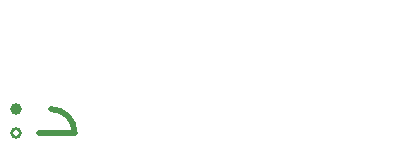
<source format=gbr>
%FSLAX26Y26*%
%MOMM*%

%ADD10C,1*%
%ADD11C,0.5*%

%LPD*%

G04 Define block aperture D12*
%ABD12*%
%ADD11C,0.5*%
D10*
G01*
X-2500000Y-1000000D03*
Y1000000D03*
%LPC*%
D11*
X-2500000Y-1000000D03*
%LPD*%
X-500000Y-1000000D02*
X2500000D01*
G75*
G03*
X500000Y1000000I-2000000J0D01*
G74*
G01*
%AB*%

%LPD*%
%LMN*%
%LR0.0*%
%LS1.0*%
%LPC*%
%LPD*%

%ABD21*%
D12*
X0Y0D03*
%AB*%

%ABD22*%
%LMXY*%
D12*
X0Y0D03*
%AB*%

%ABD23*%
%LR20.0*%
D12*
X0Y0D03*
%AB*%

%ABD24*%
%LS2.0*%
D12*
X0Y0D03*
%AB*%

%ABD25*%
D12*
X0Y0D03*
%AB*%

%LMN*%
%LR0.0*%
%LS1.0*%
%LPD*%

%ABD26*%
D12*
X0Y0D03*
%AB*%

%LMN*%
%LR0.0*%
%LS1.0*%
%LPD*%

%ABD27*%
%LR70.0*%
D25*
X0Y0D03*
%AB*%

%LMN*%
%LR0.0*%
%LS1.0*%
%LPD*%


D21*
X0Y0D03*

D22*
X0000000Y10000000D03*

D23*
X10000000Y0000000D03*

D24*
X10000000Y10000000D03*

D25*
X20000000Y00000000D03*

D26*
X20000000Y10000000D03*

D27*
X30000000Y10000000D03*

M02*

</source>
